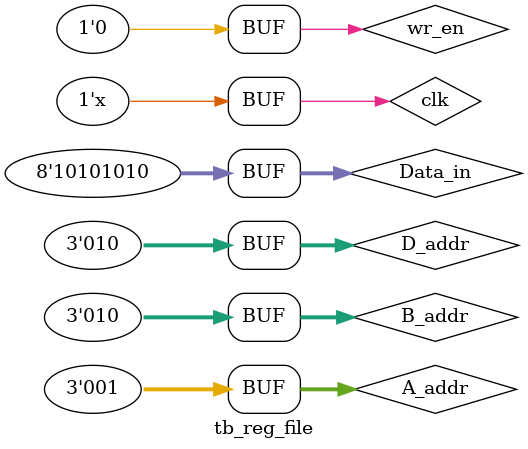
<source format=v>
`timescale 1ns / 1ps


module tb_reg_file();
    reg clk, wr_en;
    reg[2:0] A_addr;
    reg[2:0] B_addr;
    reg[2:0] D_addr;
    reg[7:0] Data_in;
    wire[7:0] A_data;
    wire[7:0] B_data;
    
    always #10 clk =~clk;
    
    Register_file UUT(.clk(clk), .A_addr(A_addr), .wr_en(wr_en), .B_addr(B_addr), .D_addr(D_addr), .Data_in(Data_in), .A_data(A_data), .B_data(B_data));
    initial begin
        clk = 1'b1;
        
        wr_en <= 0;       
       
    #100;
    
    D_addr = 3'd1; Data_in = 8'd6; 
    #100; wr_en <= 1'b1;
    #100;
    D_addr = 3'd2; Data_in = 8'haa; wr_en <= 1'b1; 
    #100; wr_en <= 1'b0; A_addr = 3'd1;
    #100; wr_en <= 1'b0; B_addr = 3'd2;
    end
    endmodule

</source>
